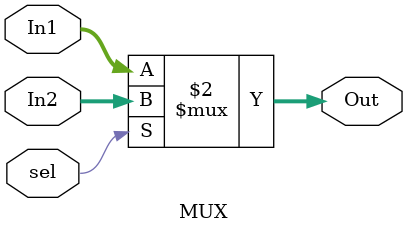
<source format=v>
module MUX #(
    parameter WIDTH = 32
) (
    input   wire [WIDTH - 1 : 0]  In1,
    input   wire [WIDTH - 1 : 0]  In2,
    input   wire                  sel,
    output  wire [WIDTH - 1 : 0]  Out
);

assign Out = !sel ? In1 : In2;   //if sel = 0 out = in1, sel = 1 out = in2
    
endmodule
</source>
